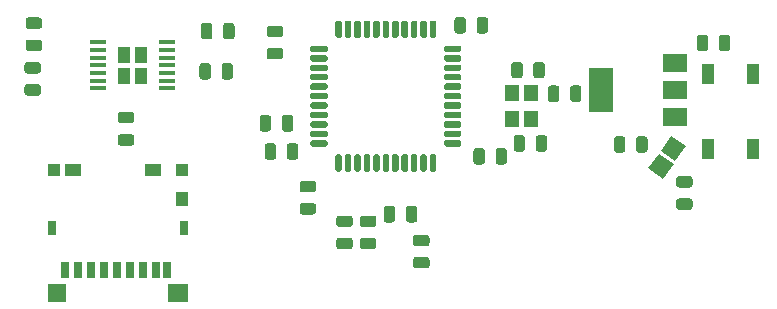
<source format=gbr>
%TF.GenerationSoftware,KiCad,Pcbnew,(5.1.6)-1*%
%TF.CreationDate,2021-02-02T10:35:07-06:00*%
%TF.ProjectId,Pikatea Macropad Mini,50696b61-7465-4612-904d-6163726f7061,rev?*%
%TF.SameCoordinates,Original*%
%TF.FileFunction,Paste,Top*%
%TF.FilePolarity,Positive*%
%FSLAX46Y46*%
G04 Gerber Fmt 4.6, Leading zero omitted, Abs format (unit mm)*
G04 Created by KiCad (PCBNEW (5.1.6)-1) date 2021-02-02 10:35:07*
%MOMM*%
%LPD*%
G01*
G04 APERTURE LIST*
%ADD10C,0.100000*%
%ADD11R,1.100000X1.400000*%
%ADD12R,1.450000X0.450000*%
%ADD13R,2.000000X1.500000*%
%ADD14R,2.000000X3.800000*%
%ADD15R,1.000000X1.700000*%
%ADD16R,0.725000X1.200000*%
%ADD17R,1.025000X1.150000*%
%ADD18R,1.775000X1.500000*%
%ADD19R,1.625000X1.500000*%
%ADD20R,0.750000X1.350000*%
%ADD21R,0.650000X1.350000*%
%ADD22R,1.400000X1.050000*%
%ADD23R,1.075000X1.050000*%
%ADD24R,1.200000X1.400000*%
G04 APERTURE END LIST*
D10*
%TO.C,SW3*%
G36*
X165117651Y-101809428D02*
G01*
X163869263Y-100935298D01*
X164743393Y-99686910D01*
X165991781Y-100561040D01*
X165117651Y-101809428D01*
G37*
G36*
X164085214Y-103283901D02*
G01*
X162836826Y-102409771D01*
X163710956Y-101161383D01*
X164959344Y-102035513D01*
X164085214Y-103283901D01*
G37*
%TD*%
%TO.C,C13*%
G36*
G01*
X168787500Y-92256250D02*
X168787500Y-91343750D01*
G75*
G02*
X169031250Y-91100000I243750J0D01*
G01*
X169518750Y-91100000D01*
G75*
G02*
X169762500Y-91343750I0J-243750D01*
G01*
X169762500Y-92256250D01*
G75*
G02*
X169518750Y-92500000I-243750J0D01*
G01*
X169031250Y-92500000D01*
G75*
G02*
X168787500Y-92256250I0J243750D01*
G01*
G37*
G36*
G01*
X166912500Y-92256250D02*
X166912500Y-91343750D01*
G75*
G02*
X167156250Y-91100000I243750J0D01*
G01*
X167643750Y-91100000D01*
G75*
G02*
X167887500Y-91343750I0J-243750D01*
G01*
X167887500Y-92256250D01*
G75*
G02*
X167643750Y-92500000I-243750J0D01*
G01*
X167156250Y-92500000D01*
G75*
G02*
X166912500Y-92256250I0J243750D01*
G01*
G37*
%TD*%
D11*
%TO.C,U3*%
X118400000Y-92800000D03*
D12*
X122100000Y-91750000D03*
X122100000Y-92400000D03*
X122100000Y-93050000D03*
X122100000Y-93700000D03*
X122100000Y-94350000D03*
X122100000Y-95000000D03*
X122100000Y-95650000D03*
X116200000Y-95650000D03*
X116200000Y-95000000D03*
X116200000Y-94350000D03*
X116200000Y-93700000D03*
X116200000Y-93050000D03*
X116200000Y-92400000D03*
X116200000Y-91750000D03*
D11*
X119900000Y-92800000D03*
X119900000Y-94600000D03*
X118400000Y-94600000D03*
%TD*%
D13*
%TO.C,U2*%
X165100000Y-98100000D03*
X165100000Y-93500000D03*
X165100000Y-95800000D03*
D14*
X158800000Y-95800000D03*
%TD*%
D15*
%TO.C,SW1*%
X167900000Y-100750000D03*
X167900000Y-94450000D03*
X171700000Y-100750000D03*
X171700000Y-94450000D03*
%TD*%
%TO.C,R7*%
G36*
G01*
X110243750Y-95287500D02*
X111156250Y-95287500D01*
G75*
G02*
X111400000Y-95531250I0J-243750D01*
G01*
X111400000Y-96018750D01*
G75*
G02*
X111156250Y-96262500I-243750J0D01*
G01*
X110243750Y-96262500D01*
G75*
G02*
X110000000Y-96018750I0J243750D01*
G01*
X110000000Y-95531250D01*
G75*
G02*
X110243750Y-95287500I243750J0D01*
G01*
G37*
G36*
G01*
X110243750Y-93412500D02*
X111156250Y-93412500D01*
G75*
G02*
X111400000Y-93656250I0J-243750D01*
G01*
X111400000Y-94143750D01*
G75*
G02*
X111156250Y-94387500I-243750J0D01*
G01*
X110243750Y-94387500D01*
G75*
G02*
X110000000Y-94143750I0J243750D01*
G01*
X110000000Y-93656250D01*
G75*
G02*
X110243750Y-93412500I243750J0D01*
G01*
G37*
%TD*%
%TO.C,R6*%
G36*
G01*
X125912500Y-90343750D02*
X125912500Y-91256250D01*
G75*
G02*
X125668750Y-91500000I-243750J0D01*
G01*
X125181250Y-91500000D01*
G75*
G02*
X124937500Y-91256250I0J243750D01*
G01*
X124937500Y-90343750D01*
G75*
G02*
X125181250Y-90100000I243750J0D01*
G01*
X125668750Y-90100000D01*
G75*
G02*
X125912500Y-90343750I0J-243750D01*
G01*
G37*
G36*
G01*
X127787500Y-90343750D02*
X127787500Y-91256250D01*
G75*
G02*
X127543750Y-91500000I-243750J0D01*
G01*
X127056250Y-91500000D01*
G75*
G02*
X126812500Y-91256250I0J243750D01*
G01*
X126812500Y-90343750D01*
G75*
G02*
X127056250Y-90100000I243750J0D01*
G01*
X127543750Y-90100000D01*
G75*
G02*
X127787500Y-90343750I0J-243750D01*
G01*
G37*
%TD*%
%TO.C,R3*%
G36*
G01*
X166336250Y-104052500D02*
X165423750Y-104052500D01*
G75*
G02*
X165180000Y-103808750I0J243750D01*
G01*
X165180000Y-103321250D01*
G75*
G02*
X165423750Y-103077500I243750J0D01*
G01*
X166336250Y-103077500D01*
G75*
G02*
X166580000Y-103321250I0J-243750D01*
G01*
X166580000Y-103808750D01*
G75*
G02*
X166336250Y-104052500I-243750J0D01*
G01*
G37*
G36*
G01*
X166336250Y-105927500D02*
X165423750Y-105927500D01*
G75*
G02*
X165180000Y-105683750I0J243750D01*
G01*
X165180000Y-105196250D01*
G75*
G02*
X165423750Y-104952500I243750J0D01*
G01*
X166336250Y-104952500D01*
G75*
G02*
X166580000Y-105196250I0J-243750D01*
G01*
X166580000Y-105683750D01*
G75*
G02*
X166336250Y-105927500I-243750J0D01*
G01*
G37*
%TD*%
%TO.C,R2*%
G36*
G01*
X111256250Y-90612500D02*
X110343750Y-90612500D01*
G75*
G02*
X110100000Y-90368750I0J243750D01*
G01*
X110100000Y-89881250D01*
G75*
G02*
X110343750Y-89637500I243750J0D01*
G01*
X111256250Y-89637500D01*
G75*
G02*
X111500000Y-89881250I0J-243750D01*
G01*
X111500000Y-90368750D01*
G75*
G02*
X111256250Y-90612500I-243750J0D01*
G01*
G37*
G36*
G01*
X111256250Y-92487500D02*
X110343750Y-92487500D01*
G75*
G02*
X110100000Y-92243750I0J243750D01*
G01*
X110100000Y-91756250D01*
G75*
G02*
X110343750Y-91512500I243750J0D01*
G01*
X111256250Y-91512500D01*
G75*
G02*
X111500000Y-91756250I0J-243750D01*
G01*
X111500000Y-92243750D01*
G75*
G02*
X111256250Y-92487500I-243750J0D01*
G01*
G37*
%TD*%
%TO.C,R1*%
G36*
G01*
X118143750Y-99512500D02*
X119056250Y-99512500D01*
G75*
G02*
X119300000Y-99756250I0J-243750D01*
G01*
X119300000Y-100243750D01*
G75*
G02*
X119056250Y-100487500I-243750J0D01*
G01*
X118143750Y-100487500D01*
G75*
G02*
X117900000Y-100243750I0J243750D01*
G01*
X117900000Y-99756250D01*
G75*
G02*
X118143750Y-99512500I243750J0D01*
G01*
G37*
G36*
G01*
X118143750Y-97637500D02*
X119056250Y-97637500D01*
G75*
G02*
X119300000Y-97881250I0J-243750D01*
G01*
X119300000Y-98368750D01*
G75*
G02*
X119056250Y-98612500I-243750J0D01*
G01*
X118143750Y-98612500D01*
G75*
G02*
X117900000Y-98368750I0J243750D01*
G01*
X117900000Y-97881250D01*
G75*
G02*
X118143750Y-97637500I243750J0D01*
G01*
G37*
%TD*%
%TO.C,C14*%
G36*
G01*
X155287500Y-95643750D02*
X155287500Y-96556250D01*
G75*
G02*
X155043750Y-96800000I-243750J0D01*
G01*
X154556250Y-96800000D01*
G75*
G02*
X154312500Y-96556250I0J243750D01*
G01*
X154312500Y-95643750D01*
G75*
G02*
X154556250Y-95400000I243750J0D01*
G01*
X155043750Y-95400000D01*
G75*
G02*
X155287500Y-95643750I0J-243750D01*
G01*
G37*
G36*
G01*
X157162500Y-95643750D02*
X157162500Y-96556250D01*
G75*
G02*
X156918750Y-96800000I-243750J0D01*
G01*
X156431250Y-96800000D01*
G75*
G02*
X156187500Y-96556250I0J243750D01*
G01*
X156187500Y-95643750D01*
G75*
G02*
X156431250Y-95400000I243750J0D01*
G01*
X156918750Y-95400000D01*
G75*
G02*
X157162500Y-95643750I0J-243750D01*
G01*
G37*
%TD*%
%TO.C,C12*%
G36*
G01*
X125787500Y-93743750D02*
X125787500Y-94656250D01*
G75*
G02*
X125543750Y-94900000I-243750J0D01*
G01*
X125056250Y-94900000D01*
G75*
G02*
X124812500Y-94656250I0J243750D01*
G01*
X124812500Y-93743750D01*
G75*
G02*
X125056250Y-93500000I243750J0D01*
G01*
X125543750Y-93500000D01*
G75*
G02*
X125787500Y-93743750I0J-243750D01*
G01*
G37*
G36*
G01*
X127662500Y-93743750D02*
X127662500Y-94656250D01*
G75*
G02*
X127418750Y-94900000I-243750J0D01*
G01*
X126931250Y-94900000D01*
G75*
G02*
X126687500Y-94656250I0J243750D01*
G01*
X126687500Y-93743750D01*
G75*
G02*
X126931250Y-93500000I243750J0D01*
G01*
X127418750Y-93500000D01*
G75*
G02*
X127662500Y-93743750I0J-243750D01*
G01*
G37*
%TD*%
%TO.C,C11*%
G36*
G01*
X160887500Y-99943750D02*
X160887500Y-100856250D01*
G75*
G02*
X160643750Y-101100000I-243750J0D01*
G01*
X160156250Y-101100000D01*
G75*
G02*
X159912500Y-100856250I0J243750D01*
G01*
X159912500Y-99943750D01*
G75*
G02*
X160156250Y-99700000I243750J0D01*
G01*
X160643750Y-99700000D01*
G75*
G02*
X160887500Y-99943750I0J-243750D01*
G01*
G37*
G36*
G01*
X162762500Y-99943750D02*
X162762500Y-100856250D01*
G75*
G02*
X162518750Y-101100000I-243750J0D01*
G01*
X162031250Y-101100000D01*
G75*
G02*
X161787500Y-100856250I0J243750D01*
G01*
X161787500Y-99943750D01*
G75*
G02*
X162031250Y-99700000I243750J0D01*
G01*
X162518750Y-99700000D01*
G75*
G02*
X162762500Y-99943750I0J-243750D01*
G01*
G37*
%TD*%
D16*
%TO.C,XS1*%
X112312500Y-107450000D03*
X123512500Y-107450000D03*
D17*
X123362500Y-104975000D03*
D18*
X122987500Y-112950000D03*
D19*
X112737500Y-112950000D03*
D20*
X113400000Y-111025000D03*
X114500000Y-111025000D03*
X115600000Y-111025000D03*
X116700000Y-111025000D03*
X117800000Y-111025000D03*
X118900000Y-111025000D03*
X120000000Y-111025000D03*
X121100000Y-111025000D03*
D21*
X122090000Y-111025000D03*
D22*
X114100000Y-102525000D03*
D23*
X112462500Y-102525000D03*
X123337500Y-102525000D03*
D22*
X120900000Y-102525000D03*
%TD*%
D24*
%TO.C,X1*%
X152900000Y-96000000D03*
X152900000Y-98200000D03*
X151300000Y-98200000D03*
X151300000Y-96000000D03*
%TD*%
%TO.C,U1*%
G36*
G01*
X135537500Y-100575000D02*
X134337500Y-100575000D01*
G75*
G02*
X134200000Y-100437500I0J137500D01*
G01*
X134200000Y-100162500D01*
G75*
G02*
X134337500Y-100025000I137500J0D01*
G01*
X135537500Y-100025000D01*
G75*
G02*
X135675000Y-100162500I0J-137500D01*
G01*
X135675000Y-100437500D01*
G75*
G02*
X135537500Y-100575000I-137500J0D01*
G01*
G37*
G36*
G01*
X135537500Y-99775000D02*
X134337500Y-99775000D01*
G75*
G02*
X134200000Y-99637500I0J137500D01*
G01*
X134200000Y-99362500D01*
G75*
G02*
X134337500Y-99225000I137500J0D01*
G01*
X135537500Y-99225000D01*
G75*
G02*
X135675000Y-99362500I0J-137500D01*
G01*
X135675000Y-99637500D01*
G75*
G02*
X135537500Y-99775000I-137500J0D01*
G01*
G37*
G36*
G01*
X135537500Y-98975000D02*
X134337500Y-98975000D01*
G75*
G02*
X134200000Y-98837500I0J137500D01*
G01*
X134200000Y-98562500D01*
G75*
G02*
X134337500Y-98425000I137500J0D01*
G01*
X135537500Y-98425000D01*
G75*
G02*
X135675000Y-98562500I0J-137500D01*
G01*
X135675000Y-98837500D01*
G75*
G02*
X135537500Y-98975000I-137500J0D01*
G01*
G37*
G36*
G01*
X135537500Y-98175000D02*
X134337500Y-98175000D01*
G75*
G02*
X134200000Y-98037500I0J137500D01*
G01*
X134200000Y-97762500D01*
G75*
G02*
X134337500Y-97625000I137500J0D01*
G01*
X135537500Y-97625000D01*
G75*
G02*
X135675000Y-97762500I0J-137500D01*
G01*
X135675000Y-98037500D01*
G75*
G02*
X135537500Y-98175000I-137500J0D01*
G01*
G37*
G36*
G01*
X135537500Y-97375000D02*
X134337500Y-97375000D01*
G75*
G02*
X134200000Y-97237500I0J137500D01*
G01*
X134200000Y-96962500D01*
G75*
G02*
X134337500Y-96825000I137500J0D01*
G01*
X135537500Y-96825000D01*
G75*
G02*
X135675000Y-96962500I0J-137500D01*
G01*
X135675000Y-97237500D01*
G75*
G02*
X135537500Y-97375000I-137500J0D01*
G01*
G37*
G36*
G01*
X135537500Y-96575000D02*
X134337500Y-96575000D01*
G75*
G02*
X134200000Y-96437500I0J137500D01*
G01*
X134200000Y-96162500D01*
G75*
G02*
X134337500Y-96025000I137500J0D01*
G01*
X135537500Y-96025000D01*
G75*
G02*
X135675000Y-96162500I0J-137500D01*
G01*
X135675000Y-96437500D01*
G75*
G02*
X135537500Y-96575000I-137500J0D01*
G01*
G37*
G36*
G01*
X135537500Y-95775000D02*
X134337500Y-95775000D01*
G75*
G02*
X134200000Y-95637500I0J137500D01*
G01*
X134200000Y-95362500D01*
G75*
G02*
X134337500Y-95225000I137500J0D01*
G01*
X135537500Y-95225000D01*
G75*
G02*
X135675000Y-95362500I0J-137500D01*
G01*
X135675000Y-95637500D01*
G75*
G02*
X135537500Y-95775000I-137500J0D01*
G01*
G37*
G36*
G01*
X135537500Y-94975000D02*
X134337500Y-94975000D01*
G75*
G02*
X134200000Y-94837500I0J137500D01*
G01*
X134200000Y-94562500D01*
G75*
G02*
X134337500Y-94425000I137500J0D01*
G01*
X135537500Y-94425000D01*
G75*
G02*
X135675000Y-94562500I0J-137500D01*
G01*
X135675000Y-94837500D01*
G75*
G02*
X135537500Y-94975000I-137500J0D01*
G01*
G37*
G36*
G01*
X135537500Y-94175000D02*
X134337500Y-94175000D01*
G75*
G02*
X134200000Y-94037500I0J137500D01*
G01*
X134200000Y-93762500D01*
G75*
G02*
X134337500Y-93625000I137500J0D01*
G01*
X135537500Y-93625000D01*
G75*
G02*
X135675000Y-93762500I0J-137500D01*
G01*
X135675000Y-94037500D01*
G75*
G02*
X135537500Y-94175000I-137500J0D01*
G01*
G37*
G36*
G01*
X135537500Y-93375000D02*
X134337500Y-93375000D01*
G75*
G02*
X134200000Y-93237500I0J137500D01*
G01*
X134200000Y-92962500D01*
G75*
G02*
X134337500Y-92825000I137500J0D01*
G01*
X135537500Y-92825000D01*
G75*
G02*
X135675000Y-92962500I0J-137500D01*
G01*
X135675000Y-93237500D01*
G75*
G02*
X135537500Y-93375000I-137500J0D01*
G01*
G37*
G36*
G01*
X135537500Y-92575000D02*
X134337500Y-92575000D01*
G75*
G02*
X134200000Y-92437500I0J137500D01*
G01*
X134200000Y-92162500D01*
G75*
G02*
X134337500Y-92025000I137500J0D01*
G01*
X135537500Y-92025000D01*
G75*
G02*
X135675000Y-92162500I0J-137500D01*
G01*
X135675000Y-92437500D01*
G75*
G02*
X135537500Y-92575000I-137500J0D01*
G01*
G37*
G36*
G01*
X136737500Y-91375000D02*
X136462500Y-91375000D01*
G75*
G02*
X136325000Y-91237500I0J137500D01*
G01*
X136325000Y-90037500D01*
G75*
G02*
X136462500Y-89900000I137500J0D01*
G01*
X136737500Y-89900000D01*
G75*
G02*
X136875000Y-90037500I0J-137500D01*
G01*
X136875000Y-91237500D01*
G75*
G02*
X136737500Y-91375000I-137500J0D01*
G01*
G37*
G36*
G01*
X137537500Y-91375000D02*
X137262500Y-91375000D01*
G75*
G02*
X137125000Y-91237500I0J137500D01*
G01*
X137125000Y-90037500D01*
G75*
G02*
X137262500Y-89900000I137500J0D01*
G01*
X137537500Y-89900000D01*
G75*
G02*
X137675000Y-90037500I0J-137500D01*
G01*
X137675000Y-91237500D01*
G75*
G02*
X137537500Y-91375000I-137500J0D01*
G01*
G37*
G36*
G01*
X138337500Y-91375000D02*
X138062500Y-91375000D01*
G75*
G02*
X137925000Y-91237500I0J137500D01*
G01*
X137925000Y-90037500D01*
G75*
G02*
X138062500Y-89900000I137500J0D01*
G01*
X138337500Y-89900000D01*
G75*
G02*
X138475000Y-90037500I0J-137500D01*
G01*
X138475000Y-91237500D01*
G75*
G02*
X138337500Y-91375000I-137500J0D01*
G01*
G37*
G36*
G01*
X139137500Y-91375000D02*
X138862500Y-91375000D01*
G75*
G02*
X138725000Y-91237500I0J137500D01*
G01*
X138725000Y-90037500D01*
G75*
G02*
X138862500Y-89900000I137500J0D01*
G01*
X139137500Y-89900000D01*
G75*
G02*
X139275000Y-90037500I0J-137500D01*
G01*
X139275000Y-91237500D01*
G75*
G02*
X139137500Y-91375000I-137500J0D01*
G01*
G37*
G36*
G01*
X139937500Y-91375000D02*
X139662500Y-91375000D01*
G75*
G02*
X139525000Y-91237500I0J137500D01*
G01*
X139525000Y-90037500D01*
G75*
G02*
X139662500Y-89900000I137500J0D01*
G01*
X139937500Y-89900000D01*
G75*
G02*
X140075000Y-90037500I0J-137500D01*
G01*
X140075000Y-91237500D01*
G75*
G02*
X139937500Y-91375000I-137500J0D01*
G01*
G37*
G36*
G01*
X140737500Y-91375000D02*
X140462500Y-91375000D01*
G75*
G02*
X140325000Y-91237500I0J137500D01*
G01*
X140325000Y-90037500D01*
G75*
G02*
X140462500Y-89900000I137500J0D01*
G01*
X140737500Y-89900000D01*
G75*
G02*
X140875000Y-90037500I0J-137500D01*
G01*
X140875000Y-91237500D01*
G75*
G02*
X140737500Y-91375000I-137500J0D01*
G01*
G37*
G36*
G01*
X141537500Y-91375000D02*
X141262500Y-91375000D01*
G75*
G02*
X141125000Y-91237500I0J137500D01*
G01*
X141125000Y-90037500D01*
G75*
G02*
X141262500Y-89900000I137500J0D01*
G01*
X141537500Y-89900000D01*
G75*
G02*
X141675000Y-90037500I0J-137500D01*
G01*
X141675000Y-91237500D01*
G75*
G02*
X141537500Y-91375000I-137500J0D01*
G01*
G37*
G36*
G01*
X142337500Y-91375000D02*
X142062500Y-91375000D01*
G75*
G02*
X141925000Y-91237500I0J137500D01*
G01*
X141925000Y-90037500D01*
G75*
G02*
X142062500Y-89900000I137500J0D01*
G01*
X142337500Y-89900000D01*
G75*
G02*
X142475000Y-90037500I0J-137500D01*
G01*
X142475000Y-91237500D01*
G75*
G02*
X142337500Y-91375000I-137500J0D01*
G01*
G37*
G36*
G01*
X143137500Y-91375000D02*
X142862500Y-91375000D01*
G75*
G02*
X142725000Y-91237500I0J137500D01*
G01*
X142725000Y-90037500D01*
G75*
G02*
X142862500Y-89900000I137500J0D01*
G01*
X143137500Y-89900000D01*
G75*
G02*
X143275000Y-90037500I0J-137500D01*
G01*
X143275000Y-91237500D01*
G75*
G02*
X143137500Y-91375000I-137500J0D01*
G01*
G37*
G36*
G01*
X143937500Y-91375000D02*
X143662500Y-91375000D01*
G75*
G02*
X143525000Y-91237500I0J137500D01*
G01*
X143525000Y-90037500D01*
G75*
G02*
X143662500Y-89900000I137500J0D01*
G01*
X143937500Y-89900000D01*
G75*
G02*
X144075000Y-90037500I0J-137500D01*
G01*
X144075000Y-91237500D01*
G75*
G02*
X143937500Y-91375000I-137500J0D01*
G01*
G37*
G36*
G01*
X144737500Y-91375000D02*
X144462500Y-91375000D01*
G75*
G02*
X144325000Y-91237500I0J137500D01*
G01*
X144325000Y-90037500D01*
G75*
G02*
X144462500Y-89900000I137500J0D01*
G01*
X144737500Y-89900000D01*
G75*
G02*
X144875000Y-90037500I0J-137500D01*
G01*
X144875000Y-91237500D01*
G75*
G02*
X144737500Y-91375000I-137500J0D01*
G01*
G37*
G36*
G01*
X146862500Y-92575000D02*
X145662500Y-92575000D01*
G75*
G02*
X145525000Y-92437500I0J137500D01*
G01*
X145525000Y-92162500D01*
G75*
G02*
X145662500Y-92025000I137500J0D01*
G01*
X146862500Y-92025000D01*
G75*
G02*
X147000000Y-92162500I0J-137500D01*
G01*
X147000000Y-92437500D01*
G75*
G02*
X146862500Y-92575000I-137500J0D01*
G01*
G37*
G36*
G01*
X146862500Y-93375000D02*
X145662500Y-93375000D01*
G75*
G02*
X145525000Y-93237500I0J137500D01*
G01*
X145525000Y-92962500D01*
G75*
G02*
X145662500Y-92825000I137500J0D01*
G01*
X146862500Y-92825000D01*
G75*
G02*
X147000000Y-92962500I0J-137500D01*
G01*
X147000000Y-93237500D01*
G75*
G02*
X146862500Y-93375000I-137500J0D01*
G01*
G37*
G36*
G01*
X146862500Y-94175000D02*
X145662500Y-94175000D01*
G75*
G02*
X145525000Y-94037500I0J137500D01*
G01*
X145525000Y-93762500D01*
G75*
G02*
X145662500Y-93625000I137500J0D01*
G01*
X146862500Y-93625000D01*
G75*
G02*
X147000000Y-93762500I0J-137500D01*
G01*
X147000000Y-94037500D01*
G75*
G02*
X146862500Y-94175000I-137500J0D01*
G01*
G37*
G36*
G01*
X146862500Y-94975000D02*
X145662500Y-94975000D01*
G75*
G02*
X145525000Y-94837500I0J137500D01*
G01*
X145525000Y-94562500D01*
G75*
G02*
X145662500Y-94425000I137500J0D01*
G01*
X146862500Y-94425000D01*
G75*
G02*
X147000000Y-94562500I0J-137500D01*
G01*
X147000000Y-94837500D01*
G75*
G02*
X146862500Y-94975000I-137500J0D01*
G01*
G37*
G36*
G01*
X146862500Y-95775000D02*
X145662500Y-95775000D01*
G75*
G02*
X145525000Y-95637500I0J137500D01*
G01*
X145525000Y-95362500D01*
G75*
G02*
X145662500Y-95225000I137500J0D01*
G01*
X146862500Y-95225000D01*
G75*
G02*
X147000000Y-95362500I0J-137500D01*
G01*
X147000000Y-95637500D01*
G75*
G02*
X146862500Y-95775000I-137500J0D01*
G01*
G37*
G36*
G01*
X146862500Y-96575000D02*
X145662500Y-96575000D01*
G75*
G02*
X145525000Y-96437500I0J137500D01*
G01*
X145525000Y-96162500D01*
G75*
G02*
X145662500Y-96025000I137500J0D01*
G01*
X146862500Y-96025000D01*
G75*
G02*
X147000000Y-96162500I0J-137500D01*
G01*
X147000000Y-96437500D01*
G75*
G02*
X146862500Y-96575000I-137500J0D01*
G01*
G37*
G36*
G01*
X146862500Y-97375000D02*
X145662500Y-97375000D01*
G75*
G02*
X145525000Y-97237500I0J137500D01*
G01*
X145525000Y-96962500D01*
G75*
G02*
X145662500Y-96825000I137500J0D01*
G01*
X146862500Y-96825000D01*
G75*
G02*
X147000000Y-96962500I0J-137500D01*
G01*
X147000000Y-97237500D01*
G75*
G02*
X146862500Y-97375000I-137500J0D01*
G01*
G37*
G36*
G01*
X146862500Y-98175000D02*
X145662500Y-98175000D01*
G75*
G02*
X145525000Y-98037500I0J137500D01*
G01*
X145525000Y-97762500D01*
G75*
G02*
X145662500Y-97625000I137500J0D01*
G01*
X146862500Y-97625000D01*
G75*
G02*
X147000000Y-97762500I0J-137500D01*
G01*
X147000000Y-98037500D01*
G75*
G02*
X146862500Y-98175000I-137500J0D01*
G01*
G37*
G36*
G01*
X146862500Y-98975000D02*
X145662500Y-98975000D01*
G75*
G02*
X145525000Y-98837500I0J137500D01*
G01*
X145525000Y-98562500D01*
G75*
G02*
X145662500Y-98425000I137500J0D01*
G01*
X146862500Y-98425000D01*
G75*
G02*
X147000000Y-98562500I0J-137500D01*
G01*
X147000000Y-98837500D01*
G75*
G02*
X146862500Y-98975000I-137500J0D01*
G01*
G37*
G36*
G01*
X146862500Y-99775000D02*
X145662500Y-99775000D01*
G75*
G02*
X145525000Y-99637500I0J137500D01*
G01*
X145525000Y-99362500D01*
G75*
G02*
X145662500Y-99225000I137500J0D01*
G01*
X146862500Y-99225000D01*
G75*
G02*
X147000000Y-99362500I0J-137500D01*
G01*
X147000000Y-99637500D01*
G75*
G02*
X146862500Y-99775000I-137500J0D01*
G01*
G37*
G36*
G01*
X146862500Y-100575000D02*
X145662500Y-100575000D01*
G75*
G02*
X145525000Y-100437500I0J137500D01*
G01*
X145525000Y-100162500D01*
G75*
G02*
X145662500Y-100025000I137500J0D01*
G01*
X146862500Y-100025000D01*
G75*
G02*
X147000000Y-100162500I0J-137500D01*
G01*
X147000000Y-100437500D01*
G75*
G02*
X146862500Y-100575000I-137500J0D01*
G01*
G37*
G36*
G01*
X144737500Y-102700000D02*
X144462500Y-102700000D01*
G75*
G02*
X144325000Y-102562500I0J137500D01*
G01*
X144325000Y-101362500D01*
G75*
G02*
X144462500Y-101225000I137500J0D01*
G01*
X144737500Y-101225000D01*
G75*
G02*
X144875000Y-101362500I0J-137500D01*
G01*
X144875000Y-102562500D01*
G75*
G02*
X144737500Y-102700000I-137500J0D01*
G01*
G37*
G36*
G01*
X143937500Y-102700000D02*
X143662500Y-102700000D01*
G75*
G02*
X143525000Y-102562500I0J137500D01*
G01*
X143525000Y-101362500D01*
G75*
G02*
X143662500Y-101225000I137500J0D01*
G01*
X143937500Y-101225000D01*
G75*
G02*
X144075000Y-101362500I0J-137500D01*
G01*
X144075000Y-102562500D01*
G75*
G02*
X143937500Y-102700000I-137500J0D01*
G01*
G37*
G36*
G01*
X143137500Y-102700000D02*
X142862500Y-102700000D01*
G75*
G02*
X142725000Y-102562500I0J137500D01*
G01*
X142725000Y-101362500D01*
G75*
G02*
X142862500Y-101225000I137500J0D01*
G01*
X143137500Y-101225000D01*
G75*
G02*
X143275000Y-101362500I0J-137500D01*
G01*
X143275000Y-102562500D01*
G75*
G02*
X143137500Y-102700000I-137500J0D01*
G01*
G37*
G36*
G01*
X142337500Y-102700000D02*
X142062500Y-102700000D01*
G75*
G02*
X141925000Y-102562500I0J137500D01*
G01*
X141925000Y-101362500D01*
G75*
G02*
X142062500Y-101225000I137500J0D01*
G01*
X142337500Y-101225000D01*
G75*
G02*
X142475000Y-101362500I0J-137500D01*
G01*
X142475000Y-102562500D01*
G75*
G02*
X142337500Y-102700000I-137500J0D01*
G01*
G37*
G36*
G01*
X141537500Y-102700000D02*
X141262500Y-102700000D01*
G75*
G02*
X141125000Y-102562500I0J137500D01*
G01*
X141125000Y-101362500D01*
G75*
G02*
X141262500Y-101225000I137500J0D01*
G01*
X141537500Y-101225000D01*
G75*
G02*
X141675000Y-101362500I0J-137500D01*
G01*
X141675000Y-102562500D01*
G75*
G02*
X141537500Y-102700000I-137500J0D01*
G01*
G37*
G36*
G01*
X140737500Y-102700000D02*
X140462500Y-102700000D01*
G75*
G02*
X140325000Y-102562500I0J137500D01*
G01*
X140325000Y-101362500D01*
G75*
G02*
X140462500Y-101225000I137500J0D01*
G01*
X140737500Y-101225000D01*
G75*
G02*
X140875000Y-101362500I0J-137500D01*
G01*
X140875000Y-102562500D01*
G75*
G02*
X140737500Y-102700000I-137500J0D01*
G01*
G37*
G36*
G01*
X139937500Y-102700000D02*
X139662500Y-102700000D01*
G75*
G02*
X139525000Y-102562500I0J137500D01*
G01*
X139525000Y-101362500D01*
G75*
G02*
X139662500Y-101225000I137500J0D01*
G01*
X139937500Y-101225000D01*
G75*
G02*
X140075000Y-101362500I0J-137500D01*
G01*
X140075000Y-102562500D01*
G75*
G02*
X139937500Y-102700000I-137500J0D01*
G01*
G37*
G36*
G01*
X139137500Y-102700000D02*
X138862500Y-102700000D01*
G75*
G02*
X138725000Y-102562500I0J137500D01*
G01*
X138725000Y-101362500D01*
G75*
G02*
X138862500Y-101225000I137500J0D01*
G01*
X139137500Y-101225000D01*
G75*
G02*
X139275000Y-101362500I0J-137500D01*
G01*
X139275000Y-102562500D01*
G75*
G02*
X139137500Y-102700000I-137500J0D01*
G01*
G37*
G36*
G01*
X138337500Y-102700000D02*
X138062500Y-102700000D01*
G75*
G02*
X137925000Y-102562500I0J137500D01*
G01*
X137925000Y-101362500D01*
G75*
G02*
X138062500Y-101225000I137500J0D01*
G01*
X138337500Y-101225000D01*
G75*
G02*
X138475000Y-101362500I0J-137500D01*
G01*
X138475000Y-102562500D01*
G75*
G02*
X138337500Y-102700000I-137500J0D01*
G01*
G37*
G36*
G01*
X137537500Y-102700000D02*
X137262500Y-102700000D01*
G75*
G02*
X137125000Y-102562500I0J137500D01*
G01*
X137125000Y-101362500D01*
G75*
G02*
X137262500Y-101225000I137500J0D01*
G01*
X137537500Y-101225000D01*
G75*
G02*
X137675000Y-101362500I0J-137500D01*
G01*
X137675000Y-102562500D01*
G75*
G02*
X137537500Y-102700000I-137500J0D01*
G01*
G37*
G36*
G01*
X136737500Y-102700000D02*
X136462500Y-102700000D01*
G75*
G02*
X136325000Y-102562500I0J137500D01*
G01*
X136325000Y-101362500D01*
G75*
G02*
X136462500Y-101225000I137500J0D01*
G01*
X136737500Y-101225000D01*
G75*
G02*
X136875000Y-101362500I0J-137500D01*
G01*
X136875000Y-102562500D01*
G75*
G02*
X136737500Y-102700000I-137500J0D01*
G01*
G37*
%TD*%
%TO.C,R5*%
G36*
G01*
X137556250Y-107387500D02*
X136643750Y-107387500D01*
G75*
G02*
X136400000Y-107143750I0J243750D01*
G01*
X136400000Y-106656250D01*
G75*
G02*
X136643750Y-106412500I243750J0D01*
G01*
X137556250Y-106412500D01*
G75*
G02*
X137800000Y-106656250I0J-243750D01*
G01*
X137800000Y-107143750D01*
G75*
G02*
X137556250Y-107387500I-243750J0D01*
G01*
G37*
G36*
G01*
X137556250Y-109262500D02*
X136643750Y-109262500D01*
G75*
G02*
X136400000Y-109018750I0J243750D01*
G01*
X136400000Y-108531250D01*
G75*
G02*
X136643750Y-108287500I243750J0D01*
G01*
X137556250Y-108287500D01*
G75*
G02*
X137800000Y-108531250I0J-243750D01*
G01*
X137800000Y-109018750D01*
G75*
G02*
X137556250Y-109262500I-243750J0D01*
G01*
G37*
%TD*%
%TO.C,R4*%
G36*
G01*
X139556250Y-107387500D02*
X138643750Y-107387500D01*
G75*
G02*
X138400000Y-107143750I0J243750D01*
G01*
X138400000Y-106656250D01*
G75*
G02*
X138643750Y-106412500I243750J0D01*
G01*
X139556250Y-106412500D01*
G75*
G02*
X139800000Y-106656250I0J-243750D01*
G01*
X139800000Y-107143750D01*
G75*
G02*
X139556250Y-107387500I-243750J0D01*
G01*
G37*
G36*
G01*
X139556250Y-109262500D02*
X138643750Y-109262500D01*
G75*
G02*
X138400000Y-109018750I0J243750D01*
G01*
X138400000Y-108531250D01*
G75*
G02*
X138643750Y-108287500I243750J0D01*
G01*
X139556250Y-108287500D01*
G75*
G02*
X139800000Y-108531250I0J-243750D01*
G01*
X139800000Y-109018750D01*
G75*
G02*
X139556250Y-109262500I-243750J0D01*
G01*
G37*
%TD*%
%TO.C,C10*%
G36*
G01*
X130887500Y-98143750D02*
X130887500Y-99056250D01*
G75*
G02*
X130643750Y-99300000I-243750J0D01*
G01*
X130156250Y-99300000D01*
G75*
G02*
X129912500Y-99056250I0J243750D01*
G01*
X129912500Y-98143750D01*
G75*
G02*
X130156250Y-97900000I243750J0D01*
G01*
X130643750Y-97900000D01*
G75*
G02*
X130887500Y-98143750I0J-243750D01*
G01*
G37*
G36*
G01*
X132762500Y-98143750D02*
X132762500Y-99056250D01*
G75*
G02*
X132518750Y-99300000I-243750J0D01*
G01*
X132031250Y-99300000D01*
G75*
G02*
X131787500Y-99056250I0J243750D01*
G01*
X131787500Y-98143750D01*
G75*
G02*
X132031250Y-97900000I243750J0D01*
G01*
X132518750Y-97900000D01*
G75*
G02*
X132762500Y-98143750I0J-243750D01*
G01*
G37*
%TD*%
%TO.C,C9*%
G36*
G01*
X141387500Y-105843750D02*
X141387500Y-106756250D01*
G75*
G02*
X141143750Y-107000000I-243750J0D01*
G01*
X140656250Y-107000000D01*
G75*
G02*
X140412500Y-106756250I0J243750D01*
G01*
X140412500Y-105843750D01*
G75*
G02*
X140656250Y-105600000I243750J0D01*
G01*
X141143750Y-105600000D01*
G75*
G02*
X141387500Y-105843750I0J-243750D01*
G01*
G37*
G36*
G01*
X143262500Y-105843750D02*
X143262500Y-106756250D01*
G75*
G02*
X143018750Y-107000000I-243750J0D01*
G01*
X142531250Y-107000000D01*
G75*
G02*
X142287500Y-106756250I0J243750D01*
G01*
X142287500Y-105843750D01*
G75*
G02*
X142531250Y-105600000I243750J0D01*
G01*
X143018750Y-105600000D01*
G75*
G02*
X143262500Y-105843750I0J-243750D01*
G01*
G37*
%TD*%
%TO.C,C8*%
G36*
G01*
X152387500Y-99843750D02*
X152387500Y-100756250D01*
G75*
G02*
X152143750Y-101000000I-243750J0D01*
G01*
X151656250Y-101000000D01*
G75*
G02*
X151412500Y-100756250I0J243750D01*
G01*
X151412500Y-99843750D01*
G75*
G02*
X151656250Y-99600000I243750J0D01*
G01*
X152143750Y-99600000D01*
G75*
G02*
X152387500Y-99843750I0J-243750D01*
G01*
G37*
G36*
G01*
X154262500Y-99843750D02*
X154262500Y-100756250D01*
G75*
G02*
X154018750Y-101000000I-243750J0D01*
G01*
X153531250Y-101000000D01*
G75*
G02*
X153287500Y-100756250I0J243750D01*
G01*
X153287500Y-99843750D01*
G75*
G02*
X153531250Y-99600000I243750J0D01*
G01*
X154018750Y-99600000D01*
G75*
G02*
X154262500Y-99843750I0J-243750D01*
G01*
G37*
%TD*%
%TO.C,C7*%
G36*
G01*
X153087500Y-94556250D02*
X153087500Y-93643750D01*
G75*
G02*
X153331250Y-93400000I243750J0D01*
G01*
X153818750Y-93400000D01*
G75*
G02*
X154062500Y-93643750I0J-243750D01*
G01*
X154062500Y-94556250D01*
G75*
G02*
X153818750Y-94800000I-243750J0D01*
G01*
X153331250Y-94800000D01*
G75*
G02*
X153087500Y-94556250I0J243750D01*
G01*
G37*
G36*
G01*
X151212500Y-94556250D02*
X151212500Y-93643750D01*
G75*
G02*
X151456250Y-93400000I243750J0D01*
G01*
X151943750Y-93400000D01*
G75*
G02*
X152187500Y-93643750I0J-243750D01*
G01*
X152187500Y-94556250D01*
G75*
G02*
X151943750Y-94800000I-243750J0D01*
G01*
X151456250Y-94800000D01*
G75*
G02*
X151212500Y-94556250I0J243750D01*
G01*
G37*
%TD*%
%TO.C,C6*%
G36*
G01*
X143143750Y-109912500D02*
X144056250Y-109912500D01*
G75*
G02*
X144300000Y-110156250I0J-243750D01*
G01*
X144300000Y-110643750D01*
G75*
G02*
X144056250Y-110887500I-243750J0D01*
G01*
X143143750Y-110887500D01*
G75*
G02*
X142900000Y-110643750I0J243750D01*
G01*
X142900000Y-110156250D01*
G75*
G02*
X143143750Y-109912500I243750J0D01*
G01*
G37*
G36*
G01*
X143143750Y-108037500D02*
X144056250Y-108037500D01*
G75*
G02*
X144300000Y-108281250I0J-243750D01*
G01*
X144300000Y-108768750D01*
G75*
G02*
X144056250Y-109012500I-243750J0D01*
G01*
X143143750Y-109012500D01*
G75*
G02*
X142900000Y-108768750I0J243750D01*
G01*
X142900000Y-108281250D01*
G75*
G02*
X143143750Y-108037500I243750J0D01*
G01*
G37*
%TD*%
%TO.C,C5*%
G36*
G01*
X133543750Y-105350000D02*
X134456250Y-105350000D01*
G75*
G02*
X134700000Y-105593750I0J-243750D01*
G01*
X134700000Y-106081250D01*
G75*
G02*
X134456250Y-106325000I-243750J0D01*
G01*
X133543750Y-106325000D01*
G75*
G02*
X133300000Y-106081250I0J243750D01*
G01*
X133300000Y-105593750D01*
G75*
G02*
X133543750Y-105350000I243750J0D01*
G01*
G37*
G36*
G01*
X133543750Y-103475000D02*
X134456250Y-103475000D01*
G75*
G02*
X134700000Y-103718750I0J-243750D01*
G01*
X134700000Y-104206250D01*
G75*
G02*
X134456250Y-104450000I-243750J0D01*
G01*
X133543750Y-104450000D01*
G75*
G02*
X133300000Y-104206250I0J243750D01*
G01*
X133300000Y-103718750D01*
G75*
G02*
X133543750Y-103475000I243750J0D01*
G01*
G37*
%TD*%
%TO.C,C4*%
G36*
G01*
X131312500Y-100543750D02*
X131312500Y-101456250D01*
G75*
G02*
X131068750Y-101700000I-243750J0D01*
G01*
X130581250Y-101700000D01*
G75*
G02*
X130337500Y-101456250I0J243750D01*
G01*
X130337500Y-100543750D01*
G75*
G02*
X130581250Y-100300000I243750J0D01*
G01*
X131068750Y-100300000D01*
G75*
G02*
X131312500Y-100543750I0J-243750D01*
G01*
G37*
G36*
G01*
X133187500Y-100543750D02*
X133187500Y-101456250D01*
G75*
G02*
X132943750Y-101700000I-243750J0D01*
G01*
X132456250Y-101700000D01*
G75*
G02*
X132212500Y-101456250I0J243750D01*
G01*
X132212500Y-100543750D01*
G75*
G02*
X132456250Y-100300000I243750J0D01*
G01*
X132943750Y-100300000D01*
G75*
G02*
X133187500Y-100543750I0J-243750D01*
G01*
G37*
%TD*%
%TO.C,C3*%
G36*
G01*
X148287500Y-90756250D02*
X148287500Y-89843750D01*
G75*
G02*
X148531250Y-89600000I243750J0D01*
G01*
X149018750Y-89600000D01*
G75*
G02*
X149262500Y-89843750I0J-243750D01*
G01*
X149262500Y-90756250D01*
G75*
G02*
X149018750Y-91000000I-243750J0D01*
G01*
X148531250Y-91000000D01*
G75*
G02*
X148287500Y-90756250I0J243750D01*
G01*
G37*
G36*
G01*
X146412500Y-90756250D02*
X146412500Y-89843750D01*
G75*
G02*
X146656250Y-89600000I243750J0D01*
G01*
X147143750Y-89600000D01*
G75*
G02*
X147387500Y-89843750I0J-243750D01*
G01*
X147387500Y-90756250D01*
G75*
G02*
X147143750Y-91000000I-243750J0D01*
G01*
X146656250Y-91000000D01*
G75*
G02*
X146412500Y-90756250I0J243750D01*
G01*
G37*
%TD*%
%TO.C,C2*%
G36*
G01*
X130743750Y-92212500D02*
X131656250Y-92212500D01*
G75*
G02*
X131900000Y-92456250I0J-243750D01*
G01*
X131900000Y-92943750D01*
G75*
G02*
X131656250Y-93187500I-243750J0D01*
G01*
X130743750Y-93187500D01*
G75*
G02*
X130500000Y-92943750I0J243750D01*
G01*
X130500000Y-92456250D01*
G75*
G02*
X130743750Y-92212500I243750J0D01*
G01*
G37*
G36*
G01*
X130743750Y-90337500D02*
X131656250Y-90337500D01*
G75*
G02*
X131900000Y-90581250I0J-243750D01*
G01*
X131900000Y-91068750D01*
G75*
G02*
X131656250Y-91312500I-243750J0D01*
G01*
X130743750Y-91312500D01*
G75*
G02*
X130500000Y-91068750I0J243750D01*
G01*
X130500000Y-90581250D01*
G75*
G02*
X130743750Y-90337500I243750J0D01*
G01*
G37*
%TD*%
%TO.C,C1*%
G36*
G01*
X149887500Y-101856250D02*
X149887500Y-100943750D01*
G75*
G02*
X150131250Y-100700000I243750J0D01*
G01*
X150618750Y-100700000D01*
G75*
G02*
X150862500Y-100943750I0J-243750D01*
G01*
X150862500Y-101856250D01*
G75*
G02*
X150618750Y-102100000I-243750J0D01*
G01*
X150131250Y-102100000D01*
G75*
G02*
X149887500Y-101856250I0J243750D01*
G01*
G37*
G36*
G01*
X148012500Y-101856250D02*
X148012500Y-100943750D01*
G75*
G02*
X148256250Y-100700000I243750J0D01*
G01*
X148743750Y-100700000D01*
G75*
G02*
X148987500Y-100943750I0J-243750D01*
G01*
X148987500Y-101856250D01*
G75*
G02*
X148743750Y-102100000I-243750J0D01*
G01*
X148256250Y-102100000D01*
G75*
G02*
X148012500Y-101856250I0J243750D01*
G01*
G37*
%TD*%
M02*

</source>
